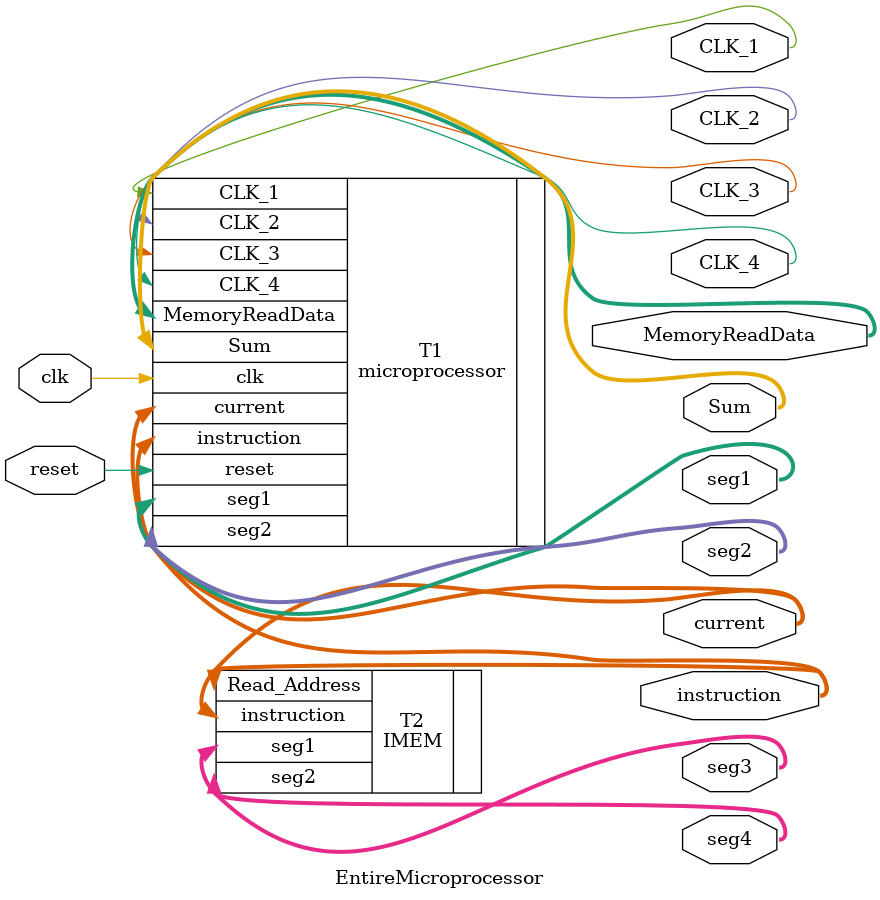
<source format=v>
`timescale 1ns / 1ps
 module EntireMicroprocessor(
	input clk,
	input reset,
	output [6:0] seg1,
	output [6:0] seg2,
	output [6:0] seg3,
	output [6:0] seg4,
	output [7:0] current,
	output [7:0] Sum,
	output [7:0] MemoryReadData,
	output [7:0] instruction,
	output CLK_1,
	output CLK_2,
	output CLK_3,
	output CLK_4
    );
	 
	 
	 microprocessor T1(.instruction(instruction),
		.clk(clk),
		.reset(reset),
		.seg1(seg1),
		.seg2(seg2),
		.current(current),
		.Sum(Sum),
		.MemoryReadData(MemoryReadData),
		.CLK_1(CLK_1),
		.CLK_2(CLK_2),
		.CLK_3(CLK_3),
		.CLK_4(CLK_4)
		);
		
	IMEM T2(.Read_Address(current),
	.instruction(instruction), .seg1(seg3), .seg2(seg4));


endmodule
</source>
